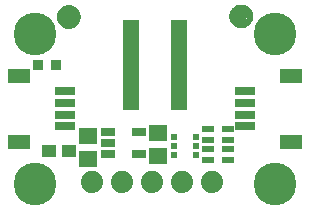
<source format=gbr>
G04 EAGLE Gerber RS-274X export*
G75*
%MOMM*%
%FSLAX34Y34*%
%LPD*%
%INSoldermask Top*%
%IPPOS*%
%AMOC8*
5,1,8,0,0,1.08239X$1,22.5*%
G01*
%ADD10R,1.601600X1.341600*%
%ADD11R,1.301600X0.651600*%
%ADD12R,1.001600X0.551600*%
%ADD13R,0.601600X0.601600*%
%ADD14R,0.601600X0.501600*%
%ADD15C,3.617600*%
%ADD16R,1.651600X0.701600*%
%ADD17R,1.901600X1.301600*%
%ADD18C,1.101600*%
%ADD19C,0.469900*%
%ADD20R,0.901600X0.901600*%
%ADD21R,1.176600X1.101600*%
%ADD22R,1.401600X7.701600*%
%ADD23C,1.879600*%


D10*
X-56515Y-79350D03*
X-56515Y-60350D03*
D11*
X-39671Y-56540D03*
X-39671Y-66040D03*
X-39671Y-75540D03*
X-13669Y-75540D03*
X-13669Y-56540D03*
D10*
X2540Y-57810D03*
X2540Y-76810D03*
D12*
X44840Y-80310D03*
X61840Y-80310D03*
X44840Y-71310D03*
X44840Y-63310D03*
X44840Y-54310D03*
X61840Y-54310D03*
X61840Y-71310D03*
X61840Y-63310D03*
D13*
X34400Y-76080D03*
D14*
X34400Y-68580D03*
D13*
X34400Y-61080D03*
X16400Y-61080D03*
D14*
X16400Y-68580D03*
D13*
X16400Y-76080D03*
D15*
X-101600Y26670D03*
X101600Y26670D03*
D16*
X76460Y-41830D03*
X76460Y-31830D03*
X76460Y-51830D03*
X76460Y-21830D03*
D17*
X115460Y-64830D03*
X115460Y-8830D03*
D16*
X-76460Y-31830D03*
X-76460Y-41830D03*
X-76460Y-21830D03*
X-76460Y-51830D03*
D17*
X-115460Y-8830D03*
X-115460Y-64830D03*
D18*
X-73025Y40640D03*
D19*
X-73025Y48140D02*
X-73206Y48138D01*
X-73387Y48131D01*
X-73568Y48120D01*
X-73749Y48105D01*
X-73929Y48085D01*
X-74109Y48061D01*
X-74288Y48033D01*
X-74466Y48000D01*
X-74643Y47963D01*
X-74820Y47922D01*
X-74995Y47877D01*
X-75170Y47827D01*
X-75343Y47773D01*
X-75514Y47715D01*
X-75685Y47653D01*
X-75853Y47586D01*
X-76020Y47516D01*
X-76186Y47442D01*
X-76349Y47363D01*
X-76510Y47281D01*
X-76670Y47195D01*
X-76827Y47105D01*
X-76982Y47011D01*
X-77135Y46914D01*
X-77285Y46812D01*
X-77433Y46708D01*
X-77579Y46599D01*
X-77721Y46488D01*
X-77861Y46372D01*
X-77998Y46254D01*
X-78133Y46132D01*
X-78264Y46007D01*
X-78392Y45879D01*
X-78517Y45748D01*
X-78639Y45613D01*
X-78757Y45476D01*
X-78873Y45336D01*
X-78984Y45194D01*
X-79093Y45048D01*
X-79197Y44900D01*
X-79299Y44750D01*
X-79396Y44597D01*
X-79490Y44442D01*
X-79580Y44285D01*
X-79666Y44125D01*
X-79748Y43964D01*
X-79827Y43801D01*
X-79901Y43635D01*
X-79971Y43468D01*
X-80038Y43300D01*
X-80100Y43129D01*
X-80158Y42958D01*
X-80212Y42785D01*
X-80262Y42610D01*
X-80307Y42435D01*
X-80348Y42258D01*
X-80385Y42081D01*
X-80418Y41903D01*
X-80446Y41724D01*
X-80470Y41544D01*
X-80490Y41364D01*
X-80505Y41183D01*
X-80516Y41002D01*
X-80523Y40821D01*
X-80525Y40640D01*
X-73025Y48140D02*
X-72844Y48138D01*
X-72663Y48131D01*
X-72482Y48120D01*
X-72301Y48105D01*
X-72121Y48085D01*
X-71941Y48061D01*
X-71762Y48033D01*
X-71584Y48000D01*
X-71407Y47963D01*
X-71230Y47922D01*
X-71055Y47877D01*
X-70880Y47827D01*
X-70707Y47773D01*
X-70536Y47715D01*
X-70365Y47653D01*
X-70197Y47586D01*
X-70030Y47516D01*
X-69864Y47442D01*
X-69701Y47363D01*
X-69540Y47281D01*
X-69380Y47195D01*
X-69223Y47105D01*
X-69068Y47011D01*
X-68915Y46914D01*
X-68765Y46812D01*
X-68617Y46708D01*
X-68471Y46599D01*
X-68329Y46488D01*
X-68189Y46372D01*
X-68052Y46254D01*
X-67917Y46132D01*
X-67786Y46007D01*
X-67658Y45879D01*
X-67533Y45748D01*
X-67411Y45613D01*
X-67293Y45476D01*
X-67177Y45336D01*
X-67066Y45194D01*
X-66957Y45048D01*
X-66853Y44900D01*
X-66751Y44750D01*
X-66654Y44597D01*
X-66560Y44442D01*
X-66470Y44285D01*
X-66384Y44125D01*
X-66302Y43964D01*
X-66223Y43801D01*
X-66149Y43635D01*
X-66079Y43468D01*
X-66012Y43300D01*
X-65950Y43129D01*
X-65892Y42958D01*
X-65838Y42785D01*
X-65788Y42610D01*
X-65743Y42435D01*
X-65702Y42258D01*
X-65665Y42081D01*
X-65632Y41903D01*
X-65604Y41724D01*
X-65580Y41544D01*
X-65560Y41364D01*
X-65545Y41183D01*
X-65534Y41002D01*
X-65527Y40821D01*
X-65525Y40640D01*
X-65527Y40459D01*
X-65534Y40278D01*
X-65545Y40097D01*
X-65560Y39916D01*
X-65580Y39736D01*
X-65604Y39556D01*
X-65632Y39377D01*
X-65665Y39199D01*
X-65702Y39022D01*
X-65743Y38845D01*
X-65788Y38670D01*
X-65838Y38495D01*
X-65892Y38322D01*
X-65950Y38151D01*
X-66012Y37980D01*
X-66079Y37812D01*
X-66149Y37645D01*
X-66223Y37479D01*
X-66302Y37316D01*
X-66384Y37155D01*
X-66470Y36995D01*
X-66560Y36838D01*
X-66654Y36683D01*
X-66751Y36530D01*
X-66853Y36380D01*
X-66957Y36232D01*
X-67066Y36086D01*
X-67177Y35944D01*
X-67293Y35804D01*
X-67411Y35667D01*
X-67533Y35532D01*
X-67658Y35401D01*
X-67786Y35273D01*
X-67917Y35148D01*
X-68052Y35026D01*
X-68189Y34908D01*
X-68329Y34792D01*
X-68471Y34681D01*
X-68617Y34572D01*
X-68765Y34468D01*
X-68915Y34366D01*
X-69068Y34269D01*
X-69223Y34175D01*
X-69380Y34085D01*
X-69540Y33999D01*
X-69701Y33917D01*
X-69864Y33838D01*
X-70030Y33764D01*
X-70197Y33694D01*
X-70365Y33627D01*
X-70536Y33565D01*
X-70707Y33507D01*
X-70880Y33453D01*
X-71055Y33403D01*
X-71230Y33358D01*
X-71407Y33317D01*
X-71584Y33280D01*
X-71762Y33247D01*
X-71941Y33219D01*
X-72121Y33195D01*
X-72301Y33175D01*
X-72482Y33160D01*
X-72663Y33149D01*
X-72844Y33142D01*
X-73025Y33140D01*
X-73206Y33142D01*
X-73387Y33149D01*
X-73568Y33160D01*
X-73749Y33175D01*
X-73929Y33195D01*
X-74109Y33219D01*
X-74288Y33247D01*
X-74466Y33280D01*
X-74643Y33317D01*
X-74820Y33358D01*
X-74995Y33403D01*
X-75170Y33453D01*
X-75343Y33507D01*
X-75514Y33565D01*
X-75685Y33627D01*
X-75853Y33694D01*
X-76020Y33764D01*
X-76186Y33838D01*
X-76349Y33917D01*
X-76510Y33999D01*
X-76670Y34085D01*
X-76827Y34175D01*
X-76982Y34269D01*
X-77135Y34366D01*
X-77285Y34468D01*
X-77433Y34572D01*
X-77579Y34681D01*
X-77721Y34792D01*
X-77861Y34908D01*
X-77998Y35026D01*
X-78133Y35148D01*
X-78264Y35273D01*
X-78392Y35401D01*
X-78517Y35532D01*
X-78639Y35667D01*
X-78757Y35804D01*
X-78873Y35944D01*
X-78984Y36086D01*
X-79093Y36232D01*
X-79197Y36380D01*
X-79299Y36530D01*
X-79396Y36683D01*
X-79490Y36838D01*
X-79580Y36995D01*
X-79666Y37155D01*
X-79748Y37316D01*
X-79827Y37479D01*
X-79901Y37645D01*
X-79971Y37812D01*
X-80038Y37980D01*
X-80100Y38151D01*
X-80158Y38322D01*
X-80212Y38495D01*
X-80262Y38670D01*
X-80307Y38845D01*
X-80348Y39022D01*
X-80385Y39199D01*
X-80418Y39377D01*
X-80446Y39556D01*
X-80470Y39736D01*
X-80490Y39916D01*
X-80505Y40097D01*
X-80516Y40278D01*
X-80523Y40459D01*
X-80525Y40640D01*
D18*
X73025Y41275D03*
D19*
X73025Y48775D02*
X72844Y48773D01*
X72663Y48766D01*
X72482Y48755D01*
X72301Y48740D01*
X72121Y48720D01*
X71941Y48696D01*
X71762Y48668D01*
X71584Y48635D01*
X71407Y48598D01*
X71230Y48557D01*
X71055Y48512D01*
X70880Y48462D01*
X70707Y48408D01*
X70536Y48350D01*
X70365Y48288D01*
X70197Y48221D01*
X70030Y48151D01*
X69864Y48077D01*
X69701Y47998D01*
X69540Y47916D01*
X69380Y47830D01*
X69223Y47740D01*
X69068Y47646D01*
X68915Y47549D01*
X68765Y47447D01*
X68617Y47343D01*
X68471Y47234D01*
X68329Y47123D01*
X68189Y47007D01*
X68052Y46889D01*
X67917Y46767D01*
X67786Y46642D01*
X67658Y46514D01*
X67533Y46383D01*
X67411Y46248D01*
X67293Y46111D01*
X67177Y45971D01*
X67066Y45829D01*
X66957Y45683D01*
X66853Y45535D01*
X66751Y45385D01*
X66654Y45232D01*
X66560Y45077D01*
X66470Y44920D01*
X66384Y44760D01*
X66302Y44599D01*
X66223Y44436D01*
X66149Y44270D01*
X66079Y44103D01*
X66012Y43935D01*
X65950Y43764D01*
X65892Y43593D01*
X65838Y43420D01*
X65788Y43245D01*
X65743Y43070D01*
X65702Y42893D01*
X65665Y42716D01*
X65632Y42538D01*
X65604Y42359D01*
X65580Y42179D01*
X65560Y41999D01*
X65545Y41818D01*
X65534Y41637D01*
X65527Y41456D01*
X65525Y41275D01*
X73025Y48775D02*
X73206Y48773D01*
X73387Y48766D01*
X73568Y48755D01*
X73749Y48740D01*
X73929Y48720D01*
X74109Y48696D01*
X74288Y48668D01*
X74466Y48635D01*
X74643Y48598D01*
X74820Y48557D01*
X74995Y48512D01*
X75170Y48462D01*
X75343Y48408D01*
X75514Y48350D01*
X75685Y48288D01*
X75853Y48221D01*
X76020Y48151D01*
X76186Y48077D01*
X76349Y47998D01*
X76510Y47916D01*
X76670Y47830D01*
X76827Y47740D01*
X76982Y47646D01*
X77135Y47549D01*
X77285Y47447D01*
X77433Y47343D01*
X77579Y47234D01*
X77721Y47123D01*
X77861Y47007D01*
X77998Y46889D01*
X78133Y46767D01*
X78264Y46642D01*
X78392Y46514D01*
X78517Y46383D01*
X78639Y46248D01*
X78757Y46111D01*
X78873Y45971D01*
X78984Y45829D01*
X79093Y45683D01*
X79197Y45535D01*
X79299Y45385D01*
X79396Y45232D01*
X79490Y45077D01*
X79580Y44920D01*
X79666Y44760D01*
X79748Y44599D01*
X79827Y44436D01*
X79901Y44270D01*
X79971Y44103D01*
X80038Y43935D01*
X80100Y43764D01*
X80158Y43593D01*
X80212Y43420D01*
X80262Y43245D01*
X80307Y43070D01*
X80348Y42893D01*
X80385Y42716D01*
X80418Y42538D01*
X80446Y42359D01*
X80470Y42179D01*
X80490Y41999D01*
X80505Y41818D01*
X80516Y41637D01*
X80523Y41456D01*
X80525Y41275D01*
X80523Y41094D01*
X80516Y40913D01*
X80505Y40732D01*
X80490Y40551D01*
X80470Y40371D01*
X80446Y40191D01*
X80418Y40012D01*
X80385Y39834D01*
X80348Y39657D01*
X80307Y39480D01*
X80262Y39305D01*
X80212Y39130D01*
X80158Y38957D01*
X80100Y38786D01*
X80038Y38615D01*
X79971Y38447D01*
X79901Y38280D01*
X79827Y38114D01*
X79748Y37951D01*
X79666Y37790D01*
X79580Y37630D01*
X79490Y37473D01*
X79396Y37318D01*
X79299Y37165D01*
X79197Y37015D01*
X79093Y36867D01*
X78984Y36721D01*
X78873Y36579D01*
X78757Y36439D01*
X78639Y36302D01*
X78517Y36167D01*
X78392Y36036D01*
X78264Y35908D01*
X78133Y35783D01*
X77998Y35661D01*
X77861Y35543D01*
X77721Y35427D01*
X77579Y35316D01*
X77433Y35207D01*
X77285Y35103D01*
X77135Y35001D01*
X76982Y34904D01*
X76827Y34810D01*
X76670Y34720D01*
X76510Y34634D01*
X76349Y34552D01*
X76186Y34473D01*
X76020Y34399D01*
X75853Y34329D01*
X75685Y34262D01*
X75514Y34200D01*
X75343Y34142D01*
X75170Y34088D01*
X74995Y34038D01*
X74820Y33993D01*
X74643Y33952D01*
X74466Y33915D01*
X74288Y33882D01*
X74109Y33854D01*
X73929Y33830D01*
X73749Y33810D01*
X73568Y33795D01*
X73387Y33784D01*
X73206Y33777D01*
X73025Y33775D01*
X72844Y33777D01*
X72663Y33784D01*
X72482Y33795D01*
X72301Y33810D01*
X72121Y33830D01*
X71941Y33854D01*
X71762Y33882D01*
X71584Y33915D01*
X71407Y33952D01*
X71230Y33993D01*
X71055Y34038D01*
X70880Y34088D01*
X70707Y34142D01*
X70536Y34200D01*
X70365Y34262D01*
X70197Y34329D01*
X70030Y34399D01*
X69864Y34473D01*
X69701Y34552D01*
X69540Y34634D01*
X69380Y34720D01*
X69223Y34810D01*
X69068Y34904D01*
X68915Y35001D01*
X68765Y35103D01*
X68617Y35207D01*
X68471Y35316D01*
X68329Y35427D01*
X68189Y35543D01*
X68052Y35661D01*
X67917Y35783D01*
X67786Y35908D01*
X67658Y36036D01*
X67533Y36167D01*
X67411Y36302D01*
X67293Y36439D01*
X67177Y36579D01*
X67066Y36721D01*
X66957Y36867D01*
X66853Y37015D01*
X66751Y37165D01*
X66654Y37318D01*
X66560Y37473D01*
X66470Y37630D01*
X66384Y37790D01*
X66302Y37951D01*
X66223Y38114D01*
X66149Y38280D01*
X66079Y38447D01*
X66012Y38615D01*
X65950Y38786D01*
X65892Y38957D01*
X65838Y39130D01*
X65788Y39305D01*
X65743Y39480D01*
X65702Y39657D01*
X65665Y39834D01*
X65632Y40012D01*
X65604Y40191D01*
X65580Y40371D01*
X65560Y40551D01*
X65545Y40732D01*
X65534Y40913D01*
X65527Y41094D01*
X65525Y41275D01*
D15*
X-101600Y-100330D03*
X101600Y-100330D03*
D20*
X-98940Y0D03*
X-83940Y0D03*
D21*
X-72780Y-73025D03*
X-89780Y-73025D03*
D22*
X20000Y0D03*
X-20000Y0D03*
D23*
X-53340Y-99060D03*
X-27940Y-99060D03*
X-2540Y-99060D03*
X22860Y-99060D03*
X48260Y-99060D03*
M02*

</source>
